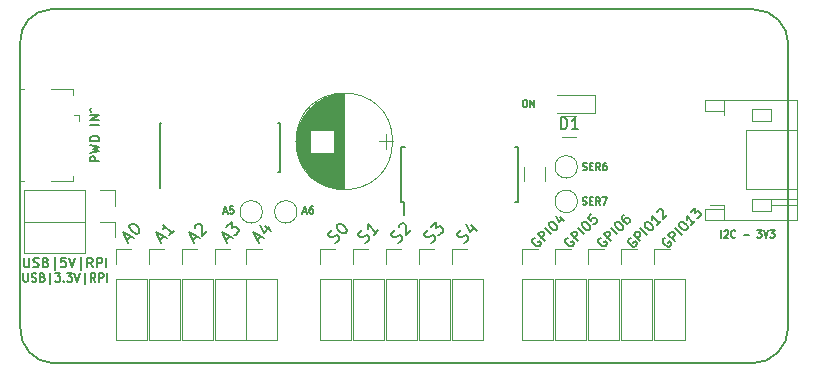
<source format=gto>
%TF.GenerationSoftware,KiCad,Pcbnew,4.0.7*%
%TF.CreationDate,2018-07-08T22:20:32+02:00*%
%TF.ProjectId,Elemental-pHAT,456C656D656E74616C2D704841542E6B,rev?*%
%TF.FileFunction,Legend,Top*%
%FSLAX46Y46*%
G04 Gerber Fmt 4.6, Leading zero omitted, Abs format (unit mm)*
G04 Created by KiCad (PCBNEW 4.0.7) date 07/08/18 22:20:32*
%MOMM*%
%LPD*%
G01*
G04 APERTURE LIST*
%ADD10C,0.127000*%
%ADD11C,0.140000*%
%ADD12C,0.120000*%
%ADD13C,0.150000*%
G04 APERTURE END LIST*
D10*
X155689429Y-105017857D02*
X155775143Y-105046429D01*
X155918000Y-105046429D01*
X155975143Y-105017857D01*
X156003714Y-104989286D01*
X156032286Y-104932143D01*
X156032286Y-104875000D01*
X156003714Y-104817857D01*
X155975143Y-104789286D01*
X155918000Y-104760714D01*
X155803714Y-104732143D01*
X155746572Y-104703571D01*
X155718000Y-104675000D01*
X155689429Y-104617857D01*
X155689429Y-104560714D01*
X155718000Y-104503571D01*
X155746572Y-104475000D01*
X155803714Y-104446429D01*
X155946572Y-104446429D01*
X156032286Y-104475000D01*
X156289429Y-104732143D02*
X156489429Y-104732143D01*
X156575143Y-105046429D02*
X156289429Y-105046429D01*
X156289429Y-104446429D01*
X156575143Y-104446429D01*
X157175143Y-105046429D02*
X156975143Y-104760714D01*
X156832286Y-105046429D02*
X156832286Y-104446429D01*
X157060858Y-104446429D01*
X157118000Y-104475000D01*
X157146572Y-104503571D01*
X157175143Y-104560714D01*
X157175143Y-104646429D01*
X157146572Y-104703571D01*
X157118000Y-104732143D01*
X157060858Y-104760714D01*
X156832286Y-104760714D01*
X157375143Y-104446429D02*
X157775143Y-104446429D01*
X157518000Y-105046429D01*
X155689429Y-102096857D02*
X155775143Y-102125429D01*
X155918000Y-102125429D01*
X155975143Y-102096857D01*
X156003714Y-102068286D01*
X156032286Y-102011143D01*
X156032286Y-101954000D01*
X156003714Y-101896857D01*
X155975143Y-101868286D01*
X155918000Y-101839714D01*
X155803714Y-101811143D01*
X155746572Y-101782571D01*
X155718000Y-101754000D01*
X155689429Y-101696857D01*
X155689429Y-101639714D01*
X155718000Y-101582571D01*
X155746572Y-101554000D01*
X155803714Y-101525429D01*
X155946572Y-101525429D01*
X156032286Y-101554000D01*
X156289429Y-101811143D02*
X156489429Y-101811143D01*
X156575143Y-102125429D02*
X156289429Y-102125429D01*
X156289429Y-101525429D01*
X156575143Y-101525429D01*
X157175143Y-102125429D02*
X156975143Y-101839714D01*
X156832286Y-102125429D02*
X156832286Y-101525429D01*
X157060858Y-101525429D01*
X157118000Y-101554000D01*
X157146572Y-101582571D01*
X157175143Y-101639714D01*
X157175143Y-101725429D01*
X157146572Y-101782571D01*
X157118000Y-101811143D01*
X157060858Y-101839714D01*
X156832286Y-101839714D01*
X157689429Y-101525429D02*
X157575143Y-101525429D01*
X157518000Y-101554000D01*
X157489429Y-101582571D01*
X157432286Y-101668286D01*
X157403715Y-101782571D01*
X157403715Y-102011143D01*
X157432286Y-102068286D01*
X157460858Y-102096857D01*
X157518000Y-102125429D01*
X157632286Y-102125429D01*
X157689429Y-102096857D01*
X157718000Y-102068286D01*
X157746572Y-102011143D01*
X157746572Y-101868286D01*
X157718000Y-101811143D01*
X157689429Y-101782571D01*
X157632286Y-101754000D01*
X157518000Y-101754000D01*
X157460858Y-101782571D01*
X157432286Y-101811143D01*
X157403715Y-101868286D01*
X132032429Y-105637000D02*
X132318143Y-105637000D01*
X131975286Y-105808429D02*
X132175286Y-105208429D01*
X132375286Y-105808429D01*
X132832429Y-105208429D02*
X132718143Y-105208429D01*
X132661000Y-105237000D01*
X132632429Y-105265571D01*
X132575286Y-105351286D01*
X132546715Y-105465571D01*
X132546715Y-105694143D01*
X132575286Y-105751286D01*
X132603858Y-105779857D01*
X132661000Y-105808429D01*
X132775286Y-105808429D01*
X132832429Y-105779857D01*
X132861000Y-105751286D01*
X132889572Y-105694143D01*
X132889572Y-105551286D01*
X132861000Y-105494143D01*
X132832429Y-105465571D01*
X132775286Y-105437000D01*
X132661000Y-105437000D01*
X132603858Y-105465571D01*
X132575286Y-105494143D01*
X132546715Y-105551286D01*
X125301429Y-105637000D02*
X125587143Y-105637000D01*
X125244286Y-105808429D02*
X125444286Y-105208429D01*
X125644286Y-105808429D01*
X126130000Y-105208429D02*
X125844286Y-105208429D01*
X125815715Y-105494143D01*
X125844286Y-105465571D01*
X125901429Y-105437000D01*
X126044286Y-105437000D01*
X126101429Y-105465571D01*
X126130000Y-105494143D01*
X126158572Y-105551286D01*
X126158572Y-105694143D01*
X126130000Y-105751286D01*
X126101429Y-105779857D01*
X126044286Y-105808429D01*
X125901429Y-105808429D01*
X125844286Y-105779857D01*
X125815715Y-105751286D01*
X108337000Y-110868667D02*
X108337000Y-111435333D01*
X108370333Y-111502000D01*
X108403666Y-111535333D01*
X108470333Y-111568667D01*
X108603666Y-111568667D01*
X108670333Y-111535333D01*
X108703666Y-111502000D01*
X108737000Y-111435333D01*
X108737000Y-110868667D01*
X109036999Y-111535333D02*
X109136999Y-111568667D01*
X109303666Y-111568667D01*
X109370333Y-111535333D01*
X109403666Y-111502000D01*
X109436999Y-111435333D01*
X109436999Y-111368667D01*
X109403666Y-111302000D01*
X109370333Y-111268667D01*
X109303666Y-111235333D01*
X109170333Y-111202000D01*
X109103666Y-111168667D01*
X109070333Y-111135333D01*
X109036999Y-111068667D01*
X109036999Y-111002000D01*
X109070333Y-110935333D01*
X109103666Y-110902000D01*
X109170333Y-110868667D01*
X109336999Y-110868667D01*
X109436999Y-110902000D01*
X109970333Y-111202000D02*
X110070333Y-111235333D01*
X110103666Y-111268667D01*
X110137000Y-111335333D01*
X110137000Y-111435333D01*
X110103666Y-111502000D01*
X110070333Y-111535333D01*
X110003666Y-111568667D01*
X109737000Y-111568667D01*
X109737000Y-110868667D01*
X109970333Y-110868667D01*
X110037000Y-110902000D01*
X110070333Y-110935333D01*
X110103666Y-111002000D01*
X110103666Y-111068667D01*
X110070333Y-111135333D01*
X110037000Y-111168667D01*
X109970333Y-111202000D01*
X109737000Y-111202000D01*
X110603666Y-111802000D02*
X110603666Y-110802000D01*
X111037000Y-110868667D02*
X111470333Y-110868667D01*
X111237000Y-111135333D01*
X111337000Y-111135333D01*
X111403667Y-111168667D01*
X111437000Y-111202000D01*
X111470333Y-111268667D01*
X111470333Y-111435333D01*
X111437000Y-111502000D01*
X111403667Y-111535333D01*
X111337000Y-111568667D01*
X111137000Y-111568667D01*
X111070333Y-111535333D01*
X111037000Y-111502000D01*
X111770334Y-111502000D02*
X111803667Y-111535333D01*
X111770334Y-111568667D01*
X111737000Y-111535333D01*
X111770334Y-111502000D01*
X111770334Y-111568667D01*
X112037000Y-110868667D02*
X112470333Y-110868667D01*
X112237000Y-111135333D01*
X112337000Y-111135333D01*
X112403667Y-111168667D01*
X112437000Y-111202000D01*
X112470333Y-111268667D01*
X112470333Y-111435333D01*
X112437000Y-111502000D01*
X112403667Y-111535333D01*
X112337000Y-111568667D01*
X112137000Y-111568667D01*
X112070333Y-111535333D01*
X112037000Y-111502000D01*
X112670334Y-110868667D02*
X112903667Y-111568667D01*
X113137000Y-110868667D01*
X113537000Y-111802000D02*
X113537000Y-110802000D01*
X114437001Y-111568667D02*
X114203667Y-111235333D01*
X114037001Y-111568667D02*
X114037001Y-110868667D01*
X114303667Y-110868667D01*
X114370334Y-110902000D01*
X114403667Y-110935333D01*
X114437001Y-111002000D01*
X114437001Y-111102000D01*
X114403667Y-111168667D01*
X114370334Y-111202000D01*
X114303667Y-111235333D01*
X114037001Y-111235333D01*
X114737001Y-111568667D02*
X114737001Y-110868667D01*
X115003667Y-110868667D01*
X115070334Y-110902000D01*
X115103667Y-110935333D01*
X115137001Y-111002000D01*
X115137001Y-111102000D01*
X115103667Y-111168667D01*
X115070334Y-111202000D01*
X115003667Y-111235333D01*
X114737001Y-111235333D01*
X115437001Y-111568667D02*
X115437001Y-110868667D01*
X108401286Y-109543905D02*
X108401286Y-110191524D01*
X108439381Y-110267714D01*
X108477477Y-110305810D01*
X108553667Y-110343905D01*
X108706048Y-110343905D01*
X108782239Y-110305810D01*
X108820334Y-110267714D01*
X108858429Y-110191524D01*
X108858429Y-109543905D01*
X109201286Y-110305810D02*
X109315572Y-110343905D01*
X109506048Y-110343905D01*
X109582238Y-110305810D01*
X109620334Y-110267714D01*
X109658429Y-110191524D01*
X109658429Y-110115333D01*
X109620334Y-110039143D01*
X109582238Y-110001048D01*
X109506048Y-109962952D01*
X109353667Y-109924857D01*
X109277476Y-109886762D01*
X109239381Y-109848667D01*
X109201286Y-109772476D01*
X109201286Y-109696286D01*
X109239381Y-109620095D01*
X109277476Y-109582000D01*
X109353667Y-109543905D01*
X109544143Y-109543905D01*
X109658429Y-109582000D01*
X110267953Y-109924857D02*
X110382239Y-109962952D01*
X110420334Y-110001048D01*
X110458429Y-110077238D01*
X110458429Y-110191524D01*
X110420334Y-110267714D01*
X110382239Y-110305810D01*
X110306048Y-110343905D01*
X110001286Y-110343905D01*
X110001286Y-109543905D01*
X110267953Y-109543905D01*
X110344143Y-109582000D01*
X110382239Y-109620095D01*
X110420334Y-109696286D01*
X110420334Y-109772476D01*
X110382239Y-109848667D01*
X110344143Y-109886762D01*
X110267953Y-109924857D01*
X110001286Y-109924857D01*
X110991762Y-110610571D02*
X110991762Y-109467714D01*
X111944144Y-109543905D02*
X111563191Y-109543905D01*
X111525096Y-109924857D01*
X111563191Y-109886762D01*
X111639382Y-109848667D01*
X111829858Y-109848667D01*
X111906048Y-109886762D01*
X111944144Y-109924857D01*
X111982239Y-110001048D01*
X111982239Y-110191524D01*
X111944144Y-110267714D01*
X111906048Y-110305810D01*
X111829858Y-110343905D01*
X111639382Y-110343905D01*
X111563191Y-110305810D01*
X111525096Y-110267714D01*
X112210810Y-109543905D02*
X112477477Y-110343905D01*
X112744144Y-109543905D01*
X113201286Y-110610571D02*
X113201286Y-109467714D01*
X114229858Y-110343905D02*
X113963191Y-109962952D01*
X113772715Y-110343905D02*
X113772715Y-109543905D01*
X114077477Y-109543905D01*
X114153668Y-109582000D01*
X114191763Y-109620095D01*
X114229858Y-109696286D01*
X114229858Y-109810571D01*
X114191763Y-109886762D01*
X114153668Y-109924857D01*
X114077477Y-109962952D01*
X113772715Y-109962952D01*
X114572715Y-110343905D02*
X114572715Y-109543905D01*
X114877477Y-109543905D01*
X114953668Y-109582000D01*
X114991763Y-109620095D01*
X115029858Y-109696286D01*
X115029858Y-109810571D01*
X114991763Y-109886762D01*
X114953668Y-109924857D01*
X114877477Y-109962952D01*
X114572715Y-109962952D01*
X115372715Y-110343905D02*
X115372715Y-109543905D01*
D11*
X114788905Y-101396524D02*
X113988905Y-101396524D01*
X113988905Y-101091762D01*
X114027000Y-101015571D01*
X114065095Y-100977476D01*
X114141286Y-100939381D01*
X114255571Y-100939381D01*
X114331762Y-100977476D01*
X114369857Y-101015571D01*
X114407952Y-101091762D01*
X114407952Y-101396524D01*
X113988905Y-100672714D02*
X114788905Y-100482238D01*
X114217476Y-100329857D01*
X114788905Y-100177476D01*
X113988905Y-99987000D01*
X114788905Y-99682238D02*
X113988905Y-99682238D01*
X113988905Y-99491762D01*
X114027000Y-99377476D01*
X114103190Y-99301285D01*
X114179381Y-99263190D01*
X114331762Y-99225095D01*
X114446048Y-99225095D01*
X114598429Y-99263190D01*
X114674619Y-99301285D01*
X114750810Y-99377476D01*
X114788905Y-99491762D01*
X114788905Y-99682238D01*
X114788905Y-98272714D02*
X113988905Y-98272714D01*
X114788905Y-97891762D02*
X113988905Y-97891762D01*
X114788905Y-97434619D01*
X113988905Y-97434619D01*
X114065095Y-97167953D02*
X113950810Y-97015572D01*
X114065095Y-96863191D01*
D10*
X150758572Y-96191429D02*
X150872858Y-96191429D01*
X150930000Y-96220000D01*
X150987143Y-96277143D01*
X151015715Y-96391429D01*
X151015715Y-96591429D01*
X150987143Y-96705714D01*
X150930000Y-96762857D01*
X150872858Y-96791429D01*
X150758572Y-96791429D01*
X150701429Y-96762857D01*
X150644286Y-96705714D01*
X150615715Y-96591429D01*
X150615715Y-96391429D01*
X150644286Y-96277143D01*
X150701429Y-96220000D01*
X150758572Y-96191429D01*
X151272857Y-96791429D02*
X151272857Y-96191429D01*
X151615714Y-96791429D01*
X151615714Y-96191429D01*
X128136775Y-108064928D02*
X128473493Y-107728210D01*
X128271462Y-108334302D02*
X127800057Y-107391493D01*
X128742867Y-107862897D01*
X128810210Y-106852744D02*
X129281615Y-107324149D01*
X128372477Y-106751729D02*
X128709195Y-107425164D01*
X129146928Y-106987431D01*
X125469775Y-108064928D02*
X125806493Y-107728210D01*
X125604462Y-108334302D02*
X125133057Y-107391493D01*
X126075867Y-107862897D01*
X125537118Y-106987431D02*
X125974851Y-106549698D01*
X126008522Y-107054775D01*
X126109538Y-106953759D01*
X126210553Y-106920087D01*
X126277897Y-106920087D01*
X126378913Y-106953760D01*
X126547271Y-107122118D01*
X126580943Y-107223133D01*
X126580943Y-107290477D01*
X126547271Y-107391492D01*
X126345240Y-107593523D01*
X126244225Y-107627195D01*
X126176882Y-107627195D01*
X122675775Y-108064928D02*
X123012493Y-107728210D01*
X122810462Y-108334302D02*
X122339057Y-107391493D01*
X123281867Y-107862897D01*
X122844133Y-107021103D02*
X122844133Y-106953760D01*
X122877805Y-106852745D01*
X123046164Y-106684385D01*
X123147180Y-106650714D01*
X123214523Y-106650714D01*
X123315538Y-106684385D01*
X123382882Y-106751729D01*
X123450225Y-106886416D01*
X123450225Y-107694538D01*
X123887958Y-107256805D01*
X119881775Y-108064928D02*
X120218493Y-107728210D01*
X120016462Y-108334302D02*
X119545057Y-107391493D01*
X120487867Y-107862897D01*
X121093958Y-107256805D02*
X120689897Y-107660867D01*
X120891927Y-107458836D02*
X120184820Y-106751729D01*
X120218492Y-106920088D01*
X120218492Y-107054775D01*
X120184820Y-107155790D01*
X117087775Y-108064928D02*
X117424493Y-107728210D01*
X117222462Y-108334302D02*
X116751057Y-107391493D01*
X117693867Y-107862897D01*
X117357149Y-106785401D02*
X117424493Y-106718057D01*
X117525508Y-106684385D01*
X117592851Y-106684385D01*
X117693867Y-106718057D01*
X117862225Y-106819072D01*
X118030584Y-106987431D01*
X118131600Y-107155790D01*
X118165271Y-107256805D01*
X118165271Y-107324149D01*
X118131600Y-107425164D01*
X118064255Y-107492508D01*
X117963240Y-107526180D01*
X117895897Y-107526180D01*
X117794882Y-107492508D01*
X117626523Y-107391493D01*
X117458164Y-107223133D01*
X117357149Y-107054775D01*
X117323477Y-106953760D01*
X117323477Y-106886416D01*
X117357149Y-106785401D01*
X162696724Y-107882590D02*
X162615912Y-107909528D01*
X162535100Y-107990340D01*
X162481225Y-108098089D01*
X162481224Y-108205839D01*
X162508162Y-108286652D01*
X162588975Y-108421338D01*
X162669787Y-108502151D01*
X162804474Y-108582963D01*
X162885286Y-108609900D01*
X162993036Y-108609900D01*
X163100786Y-108556025D01*
X163154660Y-108502151D01*
X163208535Y-108394401D01*
X163208535Y-108340526D01*
X163019973Y-108151965D01*
X162912224Y-108259714D01*
X163504846Y-108151965D02*
X162939161Y-107586279D01*
X163154660Y-107370780D01*
X163235473Y-107343842D01*
X163289347Y-107343842D01*
X163370159Y-107370780D01*
X163450971Y-107451592D01*
X163477909Y-107532404D01*
X163477909Y-107586279D01*
X163450971Y-107667091D01*
X163235472Y-107882590D01*
X164070532Y-107586279D02*
X163504846Y-107020594D01*
X163881970Y-106643470D02*
X163989719Y-106535721D01*
X164070532Y-106508783D01*
X164178281Y-106508783D01*
X164312968Y-106589595D01*
X164501530Y-106778157D01*
X164582342Y-106912844D01*
X164582343Y-107020594D01*
X164555405Y-107101406D01*
X164447655Y-107209156D01*
X164366843Y-107236093D01*
X164259093Y-107236093D01*
X164124406Y-107155281D01*
X163935844Y-106966719D01*
X163855032Y-106832032D01*
X163855032Y-106724282D01*
X163881970Y-106643470D01*
X165228840Y-106427971D02*
X164905591Y-106751220D01*
X165067215Y-106589596D02*
X164501530Y-106023911D01*
X164528467Y-106158597D01*
X164528467Y-106266347D01*
X164501530Y-106347159D01*
X164851716Y-105673724D02*
X165201903Y-105323538D01*
X165228840Y-105727599D01*
X165309652Y-105646786D01*
X165390464Y-105619849D01*
X165444339Y-105619848D01*
X165525152Y-105646786D01*
X165659838Y-105781473D01*
X165686776Y-105862285D01*
X165686776Y-105916161D01*
X165659838Y-105996973D01*
X165498214Y-106158597D01*
X165417402Y-106185535D01*
X165363527Y-106185534D01*
X159775724Y-107882590D02*
X159694912Y-107909528D01*
X159614100Y-107990340D01*
X159560225Y-108098089D01*
X159560224Y-108205839D01*
X159587162Y-108286652D01*
X159667975Y-108421338D01*
X159748787Y-108502151D01*
X159883474Y-108582963D01*
X159964286Y-108609900D01*
X160072036Y-108609900D01*
X160179786Y-108556025D01*
X160233660Y-108502151D01*
X160287535Y-108394401D01*
X160287535Y-108340526D01*
X160098973Y-108151965D01*
X159991224Y-108259714D01*
X160583846Y-108151965D02*
X160018161Y-107586279D01*
X160233660Y-107370780D01*
X160314473Y-107343842D01*
X160368347Y-107343842D01*
X160449159Y-107370780D01*
X160529971Y-107451592D01*
X160556909Y-107532404D01*
X160556909Y-107586279D01*
X160529971Y-107667091D01*
X160314472Y-107882590D01*
X161149532Y-107586279D02*
X160583846Y-107020594D01*
X160960970Y-106643470D02*
X161068719Y-106535721D01*
X161149532Y-106508783D01*
X161257281Y-106508783D01*
X161391968Y-106589595D01*
X161580530Y-106778157D01*
X161661342Y-106912844D01*
X161661343Y-107020594D01*
X161634405Y-107101406D01*
X161526655Y-107209156D01*
X161445843Y-107236093D01*
X161338093Y-107236093D01*
X161203406Y-107155281D01*
X161014844Y-106966719D01*
X160934032Y-106832032D01*
X160934032Y-106724282D01*
X160960970Y-106643470D01*
X162307840Y-106427971D02*
X161984591Y-106751220D01*
X162146215Y-106589596D02*
X161580530Y-106023911D01*
X161607467Y-106158597D01*
X161607467Y-106266347D01*
X161580530Y-106347159D01*
X162011528Y-105700661D02*
X162011528Y-105646786D01*
X162038466Y-105565974D01*
X162173153Y-105431287D01*
X162253965Y-105404350D01*
X162307840Y-105404349D01*
X162388652Y-105431287D01*
X162442527Y-105485162D01*
X162496402Y-105592911D01*
X162496402Y-106239409D01*
X162846588Y-105889223D01*
X157251098Y-107867216D02*
X157170286Y-107894154D01*
X157089474Y-107974966D01*
X157035599Y-108082716D01*
X157035598Y-108190465D01*
X157062536Y-108271278D01*
X157143348Y-108405965D01*
X157224161Y-108486777D01*
X157358848Y-108567589D01*
X157439659Y-108594527D01*
X157547410Y-108594527D01*
X157655159Y-108540652D01*
X157709034Y-108486777D01*
X157762909Y-108379027D01*
X157762908Y-108325152D01*
X157574347Y-108136591D01*
X157466597Y-108244341D01*
X158059220Y-108136591D02*
X157493535Y-107570905D01*
X157709034Y-107355406D01*
X157789846Y-107328468D01*
X157843721Y-107328468D01*
X157924533Y-107355406D01*
X158005345Y-107436218D01*
X158032283Y-107517030D01*
X158032283Y-107570905D01*
X158005345Y-107651717D01*
X157789846Y-107867216D01*
X158624905Y-107570905D02*
X158059220Y-107005220D01*
X158436343Y-106628097D02*
X158544093Y-106520347D01*
X158624905Y-106493409D01*
X158732654Y-106493409D01*
X158867341Y-106574222D01*
X159055903Y-106762784D01*
X159136716Y-106897470D01*
X159136716Y-107005220D01*
X159109778Y-107086032D01*
X159002029Y-107193782D01*
X158921217Y-107220719D01*
X158813467Y-107220719D01*
X158678780Y-107139907D01*
X158490218Y-106951345D01*
X158409405Y-106816658D01*
X158409406Y-106708908D01*
X158436343Y-106628097D01*
X159163653Y-105900787D02*
X159055903Y-106008537D01*
X159028966Y-106089348D01*
X159028966Y-106143223D01*
X159055903Y-106277911D01*
X159136716Y-106412597D01*
X159352215Y-106628097D01*
X159433027Y-106655034D01*
X159486902Y-106655035D01*
X159567714Y-106628097D01*
X159675464Y-106520347D01*
X159702401Y-106439535D01*
X159702401Y-106385659D01*
X159675464Y-106304848D01*
X159540777Y-106170161D01*
X159459965Y-106143223D01*
X159406089Y-106143224D01*
X159325278Y-106170161D01*
X159217528Y-106277911D01*
X159190590Y-106358723D01*
X159190590Y-106412597D01*
X159217528Y-106493410D01*
X154457098Y-107867216D02*
X154376286Y-107894154D01*
X154295474Y-107974966D01*
X154241599Y-108082716D01*
X154241598Y-108190465D01*
X154268536Y-108271278D01*
X154349348Y-108405965D01*
X154430161Y-108486777D01*
X154564848Y-108567589D01*
X154645659Y-108594527D01*
X154753410Y-108594527D01*
X154861159Y-108540652D01*
X154915034Y-108486777D01*
X154968909Y-108379027D01*
X154968908Y-108325152D01*
X154780347Y-108136591D01*
X154672597Y-108244341D01*
X155265220Y-108136591D02*
X154699535Y-107570905D01*
X154915034Y-107355406D01*
X154995846Y-107328468D01*
X155049721Y-107328468D01*
X155130533Y-107355406D01*
X155211345Y-107436218D01*
X155238283Y-107517030D01*
X155238283Y-107570905D01*
X155211345Y-107651717D01*
X154995846Y-107867216D01*
X155830905Y-107570905D02*
X155265220Y-107005220D01*
X155642343Y-106628097D02*
X155750093Y-106520347D01*
X155830905Y-106493409D01*
X155938654Y-106493409D01*
X156073341Y-106574222D01*
X156261903Y-106762784D01*
X156342716Y-106897470D01*
X156342716Y-107005220D01*
X156315778Y-107086032D01*
X156208029Y-107193782D01*
X156127217Y-107220719D01*
X156019467Y-107220719D01*
X155884780Y-107139907D01*
X155696218Y-106951345D01*
X155615405Y-106816658D01*
X155615406Y-106708908D01*
X155642343Y-106628097D01*
X156396591Y-105873849D02*
X156127216Y-106143224D01*
X156369653Y-106439535D01*
X156369653Y-106385660D01*
X156396591Y-106304848D01*
X156531278Y-106170161D01*
X156612089Y-106143224D01*
X156665965Y-106143223D01*
X156746777Y-106170161D01*
X156881464Y-106304848D01*
X156908401Y-106385659D01*
X156908401Y-106439535D01*
X156881464Y-106520347D01*
X156746777Y-106655034D01*
X156665965Y-106681972D01*
X156612089Y-106681971D01*
X151663098Y-107867216D02*
X151582286Y-107894154D01*
X151501474Y-107974966D01*
X151447599Y-108082716D01*
X151447598Y-108190465D01*
X151474536Y-108271278D01*
X151555348Y-108405965D01*
X151636161Y-108486777D01*
X151770848Y-108567589D01*
X151851659Y-108594527D01*
X151959410Y-108594527D01*
X152067159Y-108540652D01*
X152121034Y-108486777D01*
X152174909Y-108379027D01*
X152174908Y-108325152D01*
X151986347Y-108136591D01*
X151878597Y-108244341D01*
X152471220Y-108136591D02*
X151905535Y-107570905D01*
X152121034Y-107355406D01*
X152201846Y-107328468D01*
X152255721Y-107328468D01*
X152336533Y-107355406D01*
X152417345Y-107436218D01*
X152444283Y-107517030D01*
X152444283Y-107570905D01*
X152417345Y-107651717D01*
X152201846Y-107867216D01*
X153036905Y-107570905D02*
X152471220Y-107005220D01*
X152848343Y-106628097D02*
X152956093Y-106520347D01*
X153036905Y-106493409D01*
X153144654Y-106493409D01*
X153279341Y-106574222D01*
X153467903Y-106762784D01*
X153548716Y-106897470D01*
X153548716Y-107005220D01*
X153521778Y-107086032D01*
X153414029Y-107193782D01*
X153333217Y-107220719D01*
X153225467Y-107220719D01*
X153090780Y-107139907D01*
X152902218Y-106951345D01*
X152821405Y-106816658D01*
X152821406Y-106708908D01*
X152848343Y-106628097D01*
X153764214Y-106089348D02*
X154141338Y-106466473D01*
X153414029Y-106008537D02*
X153683403Y-106547284D01*
X154033589Y-106197098D01*
X145670462Y-108266958D02*
X145805149Y-108199615D01*
X145973508Y-108031255D01*
X146007180Y-107930240D01*
X146007180Y-107862897D01*
X145973508Y-107761882D01*
X145906164Y-107694538D01*
X145805149Y-107660867D01*
X145737806Y-107660867D01*
X145636790Y-107694538D01*
X145468431Y-107795553D01*
X145367416Y-107829225D01*
X145300072Y-107829225D01*
X145199057Y-107795553D01*
X145131714Y-107728210D01*
X145098042Y-107627195D01*
X145098042Y-107559851D01*
X145131714Y-107458836D01*
X145300073Y-107290477D01*
X145434760Y-107223133D01*
X146242882Y-106819072D02*
X146714286Y-107290477D01*
X145805149Y-106718058D02*
X146141867Y-107391493D01*
X146579600Y-106953760D01*
X142876462Y-108266958D02*
X143011149Y-108199615D01*
X143179508Y-108031255D01*
X143213180Y-107930240D01*
X143213180Y-107862897D01*
X143179508Y-107761882D01*
X143112164Y-107694538D01*
X143011149Y-107660867D01*
X142943806Y-107660867D01*
X142842790Y-107694538D01*
X142674431Y-107795553D01*
X142573416Y-107829225D01*
X142506072Y-107829225D01*
X142405057Y-107795553D01*
X142337714Y-107728210D01*
X142304042Y-107627195D01*
X142304042Y-107559851D01*
X142337714Y-107458836D01*
X142506073Y-107290477D01*
X142640760Y-107223133D01*
X142842790Y-106953760D02*
X143280523Y-106516027D01*
X143314194Y-107021103D01*
X143415210Y-106920087D01*
X143516225Y-106886416D01*
X143583569Y-106886416D01*
X143684584Y-106920088D01*
X143852943Y-107088447D01*
X143886615Y-107189462D01*
X143886615Y-107256805D01*
X143852943Y-107357820D01*
X143650912Y-107559851D01*
X143549897Y-107593523D01*
X143482553Y-107593523D01*
X140082462Y-108266958D02*
X140217149Y-108199615D01*
X140385508Y-108031255D01*
X140419180Y-107930240D01*
X140419180Y-107862897D01*
X140385508Y-107761882D01*
X140318164Y-107694538D01*
X140217149Y-107660867D01*
X140149806Y-107660867D01*
X140048790Y-107694538D01*
X139880431Y-107795553D01*
X139779416Y-107829225D01*
X139712072Y-107829225D01*
X139611057Y-107795553D01*
X139543714Y-107728210D01*
X139510042Y-107627195D01*
X139510042Y-107559851D01*
X139543714Y-107458836D01*
X139712073Y-107290477D01*
X139846760Y-107223133D01*
X140149805Y-106987431D02*
X140149805Y-106920088D01*
X140183477Y-106819073D01*
X140351836Y-106650714D01*
X140452851Y-106617042D01*
X140520195Y-106617042D01*
X140621210Y-106650714D01*
X140688553Y-106718057D01*
X140755897Y-106852744D01*
X140755897Y-107660867D01*
X141193630Y-107223133D01*
X137288462Y-108266958D02*
X137423149Y-108199615D01*
X137591508Y-108031255D01*
X137625180Y-107930240D01*
X137625180Y-107862897D01*
X137591508Y-107761882D01*
X137524164Y-107694538D01*
X137423149Y-107660867D01*
X137355806Y-107660867D01*
X137254790Y-107694538D01*
X137086431Y-107795553D01*
X136985416Y-107829225D01*
X136918072Y-107829225D01*
X136817057Y-107795553D01*
X136749714Y-107728210D01*
X136716042Y-107627195D01*
X136716042Y-107559851D01*
X136749714Y-107458836D01*
X136918073Y-107290477D01*
X137052760Y-107223133D01*
X138399630Y-107223133D02*
X137995569Y-107627195D01*
X138197599Y-107425164D02*
X137490492Y-106718058D01*
X137524164Y-106886416D01*
X137524164Y-107021103D01*
X137490492Y-107122118D01*
X134748462Y-108266958D02*
X134883149Y-108199615D01*
X135051508Y-108031255D01*
X135085180Y-107930240D01*
X135085180Y-107862897D01*
X135051508Y-107761882D01*
X134984164Y-107694538D01*
X134883149Y-107660867D01*
X134815806Y-107660867D01*
X134714790Y-107694538D01*
X134546431Y-107795553D01*
X134445416Y-107829225D01*
X134378072Y-107829225D01*
X134277057Y-107795553D01*
X134209714Y-107728210D01*
X134176042Y-107627195D01*
X134176042Y-107559851D01*
X134209714Y-107458836D01*
X134378073Y-107290477D01*
X134512760Y-107223133D01*
X134916820Y-106751729D02*
X134984164Y-106684385D01*
X135085180Y-106650714D01*
X135152523Y-106650714D01*
X135253538Y-106684385D01*
X135421897Y-106785400D01*
X135590256Y-106953760D01*
X135691271Y-107122118D01*
X135724943Y-107223133D01*
X135724943Y-107290477D01*
X135691271Y-107391492D01*
X135623927Y-107458836D01*
X135522912Y-107492508D01*
X135455569Y-107492508D01*
X135354553Y-107458836D01*
X135186195Y-107357821D01*
X135017836Y-107189462D01*
X134916820Y-107021103D01*
X134883149Y-106920088D01*
X134883149Y-106852745D01*
X134916820Y-106751729D01*
X167429142Y-107840429D02*
X167429142Y-107240429D01*
X167686285Y-107297571D02*
X167714856Y-107269000D01*
X167771999Y-107240429D01*
X167914856Y-107240429D01*
X167971999Y-107269000D01*
X168000570Y-107297571D01*
X168029142Y-107354714D01*
X168029142Y-107411857D01*
X168000570Y-107497571D01*
X167657713Y-107840429D01*
X168029142Y-107840429D01*
X168629142Y-107783286D02*
X168600571Y-107811857D01*
X168514857Y-107840429D01*
X168457714Y-107840429D01*
X168371999Y-107811857D01*
X168314857Y-107754714D01*
X168286285Y-107697571D01*
X168257714Y-107583286D01*
X168257714Y-107497571D01*
X168286285Y-107383286D01*
X168314857Y-107326143D01*
X168371999Y-107269000D01*
X168457714Y-107240429D01*
X168514857Y-107240429D01*
X168600571Y-107269000D01*
X168629142Y-107297571D01*
X169343428Y-107611857D02*
X169800571Y-107611857D01*
X170486285Y-107240429D02*
X170857714Y-107240429D01*
X170657714Y-107469000D01*
X170743428Y-107469000D01*
X170800571Y-107497571D01*
X170829142Y-107526143D01*
X170857714Y-107583286D01*
X170857714Y-107726143D01*
X170829142Y-107783286D01*
X170800571Y-107811857D01*
X170743428Y-107840429D01*
X170572000Y-107840429D01*
X170514857Y-107811857D01*
X170486285Y-107783286D01*
X171029143Y-107240429D02*
X171229143Y-107840429D01*
X171429143Y-107240429D01*
X171572000Y-107240429D02*
X171943429Y-107240429D01*
X171743429Y-107469000D01*
X171829143Y-107469000D01*
X171886286Y-107497571D01*
X171914857Y-107526143D01*
X171943429Y-107583286D01*
X171943429Y-107726143D01*
X171914857Y-107783286D01*
X171886286Y-107811857D01*
X171829143Y-107840429D01*
X171657715Y-107840429D01*
X171600572Y-107811857D01*
X171572000Y-107783286D01*
X111125000Y-118491000D02*
X170053000Y-118491000D01*
X110617000Y-88519000D02*
X111125000Y-88519000D01*
X110617000Y-88519000D02*
G75*
G03X108077000Y-91313000I127000J-2667000D01*
G01*
X108077000Y-115443000D02*
X108077000Y-91313000D01*
X111125000Y-118491000D02*
X110871000Y-118491000D01*
X108077000Y-115443000D02*
G75*
G03X110871000Y-118491000I2921000J-127000D01*
G01*
X170053000Y-118491000D02*
G75*
G03X173101000Y-115443000I0J3048000D01*
G01*
X173101000Y-91440000D02*
X173101000Y-115443000D01*
X173101000Y-91440000D02*
G75*
G03X170180000Y-88519000I-2921000J0D01*
G01*
X111125000Y-88519000D02*
X170180000Y-88519000D01*
D12*
X155255000Y-104775000D02*
G75*
G03X155255000Y-104775000I-950000J0D01*
G01*
X139604000Y-99695000D02*
G75*
G03X139604000Y-99695000I-4090000J0D01*
G01*
X135514000Y-103745000D02*
X135514000Y-95645000D01*
X135474000Y-103745000D02*
X135474000Y-95645000D01*
X135434000Y-103745000D02*
X135434000Y-95645000D01*
X135394000Y-103744000D02*
X135394000Y-95646000D01*
X135354000Y-103742000D02*
X135354000Y-95648000D01*
X135314000Y-103741000D02*
X135314000Y-95649000D01*
X135274000Y-103738000D02*
X135274000Y-95652000D01*
X135234000Y-103736000D02*
X135234000Y-95654000D01*
X135194000Y-103733000D02*
X135194000Y-95657000D01*
X135154000Y-103730000D02*
X135154000Y-95660000D01*
X135114000Y-103726000D02*
X135114000Y-95664000D01*
X135074000Y-103722000D02*
X135074000Y-95668000D01*
X135034000Y-103717000D02*
X135034000Y-95673000D01*
X134994000Y-103712000D02*
X134994000Y-95678000D01*
X134954000Y-103707000D02*
X134954000Y-95683000D01*
X134914000Y-103701000D02*
X134914000Y-95689000D01*
X134874000Y-103695000D02*
X134874000Y-95695000D01*
X134834000Y-103689000D02*
X134834000Y-95701000D01*
X134793000Y-103682000D02*
X134793000Y-95708000D01*
X134753000Y-103674000D02*
X134753000Y-95716000D01*
X134713000Y-103666000D02*
X134713000Y-95724000D01*
X134673000Y-103658000D02*
X134673000Y-95732000D01*
X134633000Y-103650000D02*
X134633000Y-95740000D01*
X134593000Y-103641000D02*
X134593000Y-100675000D01*
X134593000Y-98715000D02*
X134593000Y-95749000D01*
X134553000Y-103631000D02*
X134553000Y-100675000D01*
X134553000Y-98715000D02*
X134553000Y-95759000D01*
X134513000Y-103621000D02*
X134513000Y-100675000D01*
X134513000Y-98715000D02*
X134513000Y-95769000D01*
X134473000Y-103611000D02*
X134473000Y-100675000D01*
X134473000Y-98715000D02*
X134473000Y-95779000D01*
X134433000Y-103600000D02*
X134433000Y-100675000D01*
X134433000Y-98715000D02*
X134433000Y-95790000D01*
X134393000Y-103589000D02*
X134393000Y-100675000D01*
X134393000Y-98715000D02*
X134393000Y-95801000D01*
X134353000Y-103578000D02*
X134353000Y-100675000D01*
X134353000Y-98715000D02*
X134353000Y-95812000D01*
X134313000Y-103565000D02*
X134313000Y-100675000D01*
X134313000Y-98715000D02*
X134313000Y-95825000D01*
X134273000Y-103553000D02*
X134273000Y-100675000D01*
X134273000Y-98715000D02*
X134273000Y-95837000D01*
X134233000Y-103540000D02*
X134233000Y-100675000D01*
X134233000Y-98715000D02*
X134233000Y-95850000D01*
X134193000Y-103527000D02*
X134193000Y-100675000D01*
X134193000Y-98715000D02*
X134193000Y-95863000D01*
X134153000Y-103513000D02*
X134153000Y-100675000D01*
X134153000Y-98715000D02*
X134153000Y-95877000D01*
X134113000Y-103498000D02*
X134113000Y-100675000D01*
X134113000Y-98715000D02*
X134113000Y-95892000D01*
X134073000Y-103484000D02*
X134073000Y-100675000D01*
X134073000Y-98715000D02*
X134073000Y-95906000D01*
X134033000Y-103468000D02*
X134033000Y-100675000D01*
X134033000Y-98715000D02*
X134033000Y-95922000D01*
X133993000Y-103453000D02*
X133993000Y-100675000D01*
X133993000Y-98715000D02*
X133993000Y-95937000D01*
X133953000Y-103436000D02*
X133953000Y-100675000D01*
X133953000Y-98715000D02*
X133953000Y-95954000D01*
X133913000Y-103420000D02*
X133913000Y-100675000D01*
X133913000Y-98715000D02*
X133913000Y-95970000D01*
X133873000Y-103402000D02*
X133873000Y-100675000D01*
X133873000Y-98715000D02*
X133873000Y-95988000D01*
X133833000Y-103385000D02*
X133833000Y-100675000D01*
X133833000Y-98715000D02*
X133833000Y-96005000D01*
X133793000Y-103366000D02*
X133793000Y-100675000D01*
X133793000Y-98715000D02*
X133793000Y-96024000D01*
X133753000Y-103347000D02*
X133753000Y-100675000D01*
X133753000Y-98715000D02*
X133753000Y-96043000D01*
X133713000Y-103328000D02*
X133713000Y-100675000D01*
X133713000Y-98715000D02*
X133713000Y-96062000D01*
X133673000Y-103308000D02*
X133673000Y-100675000D01*
X133673000Y-98715000D02*
X133673000Y-96082000D01*
X133633000Y-103288000D02*
X133633000Y-100675000D01*
X133633000Y-98715000D02*
X133633000Y-96102000D01*
X133593000Y-103267000D02*
X133593000Y-100675000D01*
X133593000Y-98715000D02*
X133593000Y-96123000D01*
X133553000Y-103245000D02*
X133553000Y-100675000D01*
X133553000Y-98715000D02*
X133553000Y-96145000D01*
X133513000Y-103223000D02*
X133513000Y-100675000D01*
X133513000Y-98715000D02*
X133513000Y-96167000D01*
X133473000Y-103200000D02*
X133473000Y-100675000D01*
X133473000Y-98715000D02*
X133473000Y-96190000D01*
X133433000Y-103177000D02*
X133433000Y-100675000D01*
X133433000Y-98715000D02*
X133433000Y-96213000D01*
X133393000Y-103153000D02*
X133393000Y-100675000D01*
X133393000Y-98715000D02*
X133393000Y-96237000D01*
X133353000Y-103129000D02*
X133353000Y-100675000D01*
X133353000Y-98715000D02*
X133353000Y-96261000D01*
X133313000Y-103103000D02*
X133313000Y-100675000D01*
X133313000Y-98715000D02*
X133313000Y-96287000D01*
X133273000Y-103078000D02*
X133273000Y-100675000D01*
X133273000Y-98715000D02*
X133273000Y-96312000D01*
X133233000Y-103051000D02*
X133233000Y-100675000D01*
X133233000Y-98715000D02*
X133233000Y-96339000D01*
X133193000Y-103024000D02*
X133193000Y-100675000D01*
X133193000Y-98715000D02*
X133193000Y-96366000D01*
X133153000Y-102996000D02*
X133153000Y-100675000D01*
X133153000Y-98715000D02*
X133153000Y-96394000D01*
X133113000Y-102967000D02*
X133113000Y-100675000D01*
X133113000Y-98715000D02*
X133113000Y-96423000D01*
X133073000Y-102938000D02*
X133073000Y-100675000D01*
X133073000Y-98715000D02*
X133073000Y-96452000D01*
X133033000Y-102908000D02*
X133033000Y-100675000D01*
X133033000Y-98715000D02*
X133033000Y-96482000D01*
X132993000Y-102877000D02*
X132993000Y-100675000D01*
X132993000Y-98715000D02*
X132993000Y-96513000D01*
X132953000Y-102845000D02*
X132953000Y-100675000D01*
X132953000Y-98715000D02*
X132953000Y-96545000D01*
X132913000Y-102813000D02*
X132913000Y-100675000D01*
X132913000Y-98715000D02*
X132913000Y-96577000D01*
X132873000Y-102779000D02*
X132873000Y-100675000D01*
X132873000Y-98715000D02*
X132873000Y-96611000D01*
X132833000Y-102745000D02*
X132833000Y-100675000D01*
X132833000Y-98715000D02*
X132833000Y-96645000D01*
X132793000Y-102710000D02*
X132793000Y-100675000D01*
X132793000Y-98715000D02*
X132793000Y-96680000D01*
X132753000Y-102674000D02*
X132753000Y-100675000D01*
X132753000Y-98715000D02*
X132753000Y-96716000D01*
X132713000Y-102637000D02*
X132713000Y-100675000D01*
X132713000Y-98715000D02*
X132713000Y-96753000D01*
X132673000Y-102599000D02*
X132673000Y-100675000D01*
X132673000Y-98715000D02*
X132673000Y-96791000D01*
X132633000Y-102560000D02*
X132633000Y-96830000D01*
X132593000Y-102519000D02*
X132593000Y-96871000D01*
X132553000Y-102478000D02*
X132553000Y-96912000D01*
X132513000Y-102435000D02*
X132513000Y-96955000D01*
X132473000Y-102392000D02*
X132473000Y-96998000D01*
X132433000Y-102347000D02*
X132433000Y-97043000D01*
X132393000Y-102300000D02*
X132393000Y-97090000D01*
X132353000Y-102252000D02*
X132353000Y-97138000D01*
X132313000Y-102203000D02*
X132313000Y-97187000D01*
X132273000Y-102152000D02*
X132273000Y-97238000D01*
X132233000Y-102099000D02*
X132233000Y-97291000D01*
X132193000Y-102044000D02*
X132193000Y-97346000D01*
X132153000Y-101988000D02*
X132153000Y-97402000D01*
X132113000Y-101929000D02*
X132113000Y-97461000D01*
X132073000Y-101868000D02*
X132073000Y-97522000D01*
X132033000Y-101804000D02*
X132033000Y-97586000D01*
X131993000Y-101738000D02*
X131993000Y-97652000D01*
X131953000Y-101669000D02*
X131953000Y-97721000D01*
X131913000Y-101597000D02*
X131913000Y-97793000D01*
X131873000Y-101521000D02*
X131873000Y-97869000D01*
X131833000Y-101440000D02*
X131833000Y-97950000D01*
X131793000Y-101355000D02*
X131793000Y-98035000D01*
X131753000Y-101265000D02*
X131753000Y-98125000D01*
X131713000Y-101168000D02*
X131713000Y-98222000D01*
X131673000Y-101064000D02*
X131673000Y-98326000D01*
X131633000Y-100949000D02*
X131633000Y-98441000D01*
X131593000Y-100822000D02*
X131593000Y-98568000D01*
X131553000Y-100678000D02*
X131553000Y-98712000D01*
X131513000Y-100509000D02*
X131513000Y-98881000D01*
X131473000Y-100293000D02*
X131473000Y-99097000D01*
X131433000Y-99941000D02*
X131433000Y-99449000D01*
X139614000Y-99695000D02*
X138414000Y-99695000D01*
X139014000Y-100345000D02*
X139014000Y-99045000D01*
X153559000Y-95770000D02*
X156759000Y-95770000D01*
X156759000Y-97270000D02*
X153559000Y-97270000D01*
X156759000Y-97270000D02*
X156759000Y-95770000D01*
X150562000Y-116519000D02*
X153222000Y-116519000D01*
X150562000Y-111379000D02*
X150562000Y-116519000D01*
X153222000Y-111379000D02*
X153222000Y-116519000D01*
X150562000Y-111379000D02*
X153222000Y-111379000D01*
X150562000Y-110109000D02*
X150562000Y-108779000D01*
X150562000Y-108779000D02*
X151892000Y-108779000D01*
X133417000Y-116519000D02*
X136077000Y-116519000D01*
X133417000Y-111379000D02*
X133417000Y-116519000D01*
X136077000Y-111379000D02*
X136077000Y-116519000D01*
X133417000Y-111379000D02*
X136077000Y-111379000D01*
X133417000Y-110109000D02*
X133417000Y-108779000D01*
X133417000Y-108779000D02*
X134747000Y-108779000D01*
X116145000Y-116519000D02*
X118805000Y-116519000D01*
X116145000Y-111379000D02*
X116145000Y-116519000D01*
X118805000Y-111379000D02*
X118805000Y-116519000D01*
X116145000Y-111379000D02*
X118805000Y-111379000D01*
X116145000Y-110109000D02*
X116145000Y-108779000D01*
X116145000Y-108779000D02*
X117475000Y-108779000D01*
X153356000Y-116519000D02*
X156016000Y-116519000D01*
X153356000Y-111379000D02*
X153356000Y-116519000D01*
X156016000Y-111379000D02*
X156016000Y-116519000D01*
X153356000Y-111379000D02*
X156016000Y-111379000D01*
X153356000Y-110109000D02*
X153356000Y-108779000D01*
X153356000Y-108779000D02*
X154686000Y-108779000D01*
X136211000Y-116519000D02*
X138871000Y-116519000D01*
X136211000Y-111379000D02*
X136211000Y-116519000D01*
X138871000Y-111379000D02*
X138871000Y-116519000D01*
X136211000Y-111379000D02*
X138871000Y-111379000D01*
X136211000Y-110109000D02*
X136211000Y-108779000D01*
X136211000Y-108779000D02*
X137541000Y-108779000D01*
X118939000Y-116519000D02*
X121599000Y-116519000D01*
X118939000Y-111379000D02*
X118939000Y-116519000D01*
X121599000Y-111379000D02*
X121599000Y-116519000D01*
X118939000Y-111379000D02*
X121599000Y-111379000D01*
X118939000Y-110109000D02*
X118939000Y-108779000D01*
X118939000Y-108779000D02*
X120269000Y-108779000D01*
X156150000Y-116519000D02*
X158810000Y-116519000D01*
X156150000Y-111379000D02*
X156150000Y-116519000D01*
X158810000Y-111379000D02*
X158810000Y-116519000D01*
X156150000Y-111379000D02*
X158810000Y-111379000D01*
X156150000Y-110109000D02*
X156150000Y-108779000D01*
X156150000Y-108779000D02*
X157480000Y-108779000D01*
X139005000Y-116519000D02*
X141665000Y-116519000D01*
X139005000Y-111379000D02*
X139005000Y-116519000D01*
X141665000Y-111379000D02*
X141665000Y-116519000D01*
X139005000Y-111379000D02*
X141665000Y-111379000D01*
X139005000Y-110109000D02*
X139005000Y-108779000D01*
X139005000Y-108779000D02*
X140335000Y-108779000D01*
X121733000Y-116519000D02*
X124393000Y-116519000D01*
X121733000Y-111379000D02*
X121733000Y-116519000D01*
X124393000Y-111379000D02*
X124393000Y-116519000D01*
X121733000Y-111379000D02*
X124393000Y-111379000D01*
X121733000Y-110109000D02*
X121733000Y-108779000D01*
X121733000Y-108779000D02*
X123063000Y-108779000D01*
X112505000Y-95287000D02*
X112505000Y-95737000D01*
X110655000Y-95287000D02*
X112505000Y-95287000D01*
X108105000Y-103087000D02*
X108355000Y-103087000D01*
X108105000Y-95287000D02*
X108355000Y-95287000D01*
X110655000Y-103087000D02*
X112505000Y-103087000D01*
X112505000Y-103087000D02*
X112505000Y-102637000D01*
X113055000Y-97487000D02*
X113055000Y-97937000D01*
X113055000Y-97487000D02*
X112605000Y-97487000D01*
X158944000Y-116519000D02*
X161604000Y-116519000D01*
X158944000Y-111379000D02*
X158944000Y-116519000D01*
X161604000Y-111379000D02*
X161604000Y-116519000D01*
X158944000Y-111379000D02*
X161604000Y-111379000D01*
X158944000Y-110109000D02*
X158944000Y-108779000D01*
X158944000Y-108779000D02*
X160274000Y-108779000D01*
X141799000Y-116519000D02*
X144459000Y-116519000D01*
X141799000Y-111379000D02*
X141799000Y-116519000D01*
X144459000Y-111379000D02*
X144459000Y-116519000D01*
X141799000Y-111379000D02*
X144459000Y-111379000D01*
X141799000Y-110109000D02*
X141799000Y-108779000D01*
X141799000Y-108779000D02*
X143129000Y-108779000D01*
X124527000Y-116519000D02*
X127187000Y-116519000D01*
X124527000Y-111379000D02*
X124527000Y-116519000D01*
X127187000Y-111379000D02*
X127187000Y-116519000D01*
X124527000Y-111379000D02*
X127187000Y-111379000D01*
X124527000Y-110109000D02*
X124527000Y-108779000D01*
X124527000Y-108779000D02*
X125857000Y-108779000D01*
X108398000Y-106493000D02*
X108398000Y-109153000D01*
X113538000Y-106493000D02*
X108398000Y-106493000D01*
X113538000Y-109153000D02*
X108398000Y-109153000D01*
X113538000Y-106493000D02*
X113538000Y-109153000D01*
X114808000Y-106493000D02*
X116138000Y-106493000D01*
X116138000Y-106493000D02*
X116138000Y-107823000D01*
X161738000Y-116519000D02*
X164398000Y-116519000D01*
X161738000Y-111379000D02*
X161738000Y-116519000D01*
X164398000Y-111379000D02*
X164398000Y-116519000D01*
X161738000Y-111379000D02*
X164398000Y-111379000D01*
X161738000Y-110109000D02*
X161738000Y-108779000D01*
X161738000Y-108779000D02*
X163068000Y-108779000D01*
X144593000Y-116519000D02*
X147253000Y-116519000D01*
X144593000Y-111379000D02*
X144593000Y-116519000D01*
X147253000Y-111379000D02*
X147253000Y-116519000D01*
X144593000Y-111379000D02*
X147253000Y-111379000D01*
X144593000Y-110109000D02*
X144593000Y-108779000D01*
X144593000Y-108779000D02*
X145923000Y-108779000D01*
X127194000Y-116519000D02*
X129854000Y-116519000D01*
X127194000Y-111379000D02*
X127194000Y-116519000D01*
X129854000Y-111379000D02*
X129854000Y-116519000D01*
X127194000Y-111379000D02*
X129854000Y-111379000D01*
X127194000Y-110109000D02*
X127194000Y-108779000D01*
X127194000Y-108779000D02*
X128524000Y-108779000D01*
X128585000Y-105664000D02*
G75*
G03X128585000Y-105664000I-950000J0D01*
G01*
X131506000Y-105664000D02*
G75*
G03X131506000Y-105664000I-950000J0D01*
G01*
X108398000Y-103826000D02*
X108398000Y-106486000D01*
X113538000Y-103826000D02*
X108398000Y-103826000D01*
X113538000Y-106486000D02*
X108398000Y-106486000D01*
X113538000Y-103826000D02*
X113538000Y-106486000D01*
X114808000Y-103826000D02*
X116138000Y-103826000D01*
X116138000Y-103826000D02*
X116138000Y-105156000D01*
X173863000Y-103767000D02*
X169513000Y-103767000D01*
X169513000Y-103767000D02*
X169513000Y-98767000D01*
X169513000Y-98767000D02*
X173863000Y-98767000D01*
X167663000Y-105067000D02*
X167663000Y-105417000D01*
X167663000Y-105417000D02*
X166063000Y-105417000D01*
X166063000Y-105417000D02*
X166063000Y-106317000D01*
X166063000Y-106317000D02*
X173863000Y-106317000D01*
X173863000Y-106317000D02*
X173863000Y-96217000D01*
X173863000Y-96217000D02*
X166063000Y-96217000D01*
X166063000Y-96217000D02*
X166063000Y-97117000D01*
X166063000Y-97117000D02*
X167663000Y-97117000D01*
X167663000Y-97117000D02*
X167663000Y-97467000D01*
X167663000Y-106317000D02*
X167663000Y-105417000D01*
X167663000Y-96217000D02*
X167663000Y-97117000D01*
X170013000Y-105567000D02*
X171613000Y-105567000D01*
X171613000Y-105567000D02*
X171613000Y-104567000D01*
X171613000Y-104567000D02*
X170013000Y-104567000D01*
X170013000Y-104567000D02*
X170013000Y-105567000D01*
X170013000Y-96967000D02*
X171613000Y-96967000D01*
X171613000Y-96967000D02*
X171613000Y-97967000D01*
X171613000Y-97967000D02*
X170013000Y-97967000D01*
X170013000Y-97967000D02*
X170013000Y-96967000D01*
X171613000Y-104567000D02*
X173863000Y-104567000D01*
X171613000Y-105067000D02*
X173863000Y-105067000D01*
X167663000Y-105067000D02*
X166463000Y-105067000D01*
X155255000Y-101854000D02*
G75*
G03X155255000Y-101854000I-950000J0D01*
G01*
X153959000Y-97545000D02*
X155159000Y-97545000D01*
X155159000Y-99305000D02*
X153959000Y-99305000D01*
X150758000Y-103089000D02*
X150758000Y-101889000D01*
X152518000Y-101889000D02*
X152518000Y-103089000D01*
D13*
X119893000Y-102278000D02*
X119918000Y-102278000D01*
X119893000Y-98128000D02*
X119998000Y-98128000D01*
X130043000Y-98128000D02*
X129938000Y-98128000D01*
X130043000Y-102278000D02*
X129938000Y-102278000D01*
X119893000Y-102278000D02*
X119893000Y-98128000D01*
X130043000Y-102278000D02*
X130043000Y-98128000D01*
X119918000Y-102278000D02*
X119918000Y-103653000D01*
X140313000Y-104814000D02*
X140538000Y-104814000D01*
X140313000Y-100164000D02*
X140638000Y-100164000D01*
X150263000Y-100164000D02*
X149938000Y-100164000D01*
X150263000Y-104814000D02*
X149938000Y-104814000D01*
X140313000Y-104814000D02*
X140313000Y-100164000D01*
X150263000Y-104814000D02*
X150263000Y-100164000D01*
X140538000Y-104814000D02*
X140538000Y-105889000D01*
X153820905Y-98672381D02*
X153820905Y-97672381D01*
X154059000Y-97672381D01*
X154201858Y-97720000D01*
X154297096Y-97815238D01*
X154344715Y-97910476D01*
X154392334Y-98100952D01*
X154392334Y-98243810D01*
X154344715Y-98434286D01*
X154297096Y-98529524D01*
X154201858Y-98624762D01*
X154059000Y-98672381D01*
X153820905Y-98672381D01*
X155344715Y-98672381D02*
X154773286Y-98672381D01*
X155059000Y-98672381D02*
X155059000Y-97672381D01*
X154963762Y-97815238D01*
X154868524Y-97910476D01*
X154773286Y-97958095D01*
M02*

</source>
